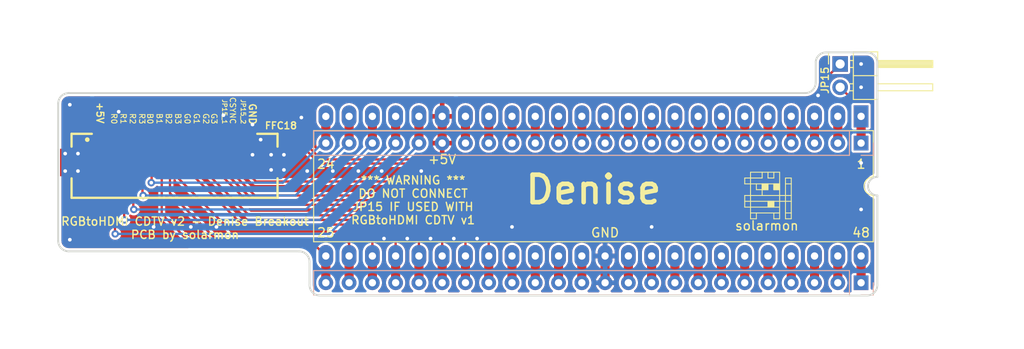
<source format=kicad_pcb>
(kicad_pcb (version 20211014) (generator pcbnew)
  (title_block (title "RGBtoHDMI Denise Adapter - CDTV") (date "2021-12-09") (rev "v2"))
  (layers (0 "F.Cu" signal) (31 "B.Cu" signal) (34 "B.Paste" user) (35 "F.Paste" user) (36 "B.SilkS" user "B.Silkscreen") (37 "F.SilkS" user "F.Silkscreen") (38 "B.Mask" user) (39 "F.Mask" user) (44 "Edge.Cuts" user))
  (net 0 "")
  (net 1 "GND")
  (net 2 "/B0")
  (net 3 "/R3")
  (net 4 "/R2")
  (net 5 "/R1")
  (net 6 "/R0")
  (net 7 "+5V")
  (net 8 "Net-(JDenise1-Pad18)")
  (net 9 "Net-(JDenise1-Pad17)")
  (net 10 "Net-(JDenise1-Pad16)")
  (net 11 "Net-(JDenise1-Pad15)")
  (net 12 "Net-(JDenise1-Pad14)")
  (net 13 "Net-(JDenise1-Pad12)")
  (net 14 "Net-(JDenise1-Pad11)")
  (net 15 "/CDAC")
  (net 16 "Net-(JDenise1-Pad10)")
  (net 17 "Net-(JDenise1-Pad9)")
  (net 18 "/CSYNC")
  (net 19 "Net-(JDenise1-Pad8)")
  (net 20 "/G3")
  (net 21 "Net-(JDenise1-Pad7)")
  (net 22 "/G2")
  (net 23 "Net-(JDenise1-Pad6)")
  (net 24 "/G1")
  (net 25 "Net-(JDenise1-Pad5)")
  (net 26 "/G0")
  (net 27 "Net-(JDenise1-Pad4)")
  (net 28 "/B3")
  (net 29 "Net-(JDenise1-Pad3)")
  (net 30 "/B2")
  (net 31 "Net-(JDenise1-Pad2)")
  (net 32 "/B1")
  (net 33 "Net-(JDenise1-Pad1)")
  (net 34 "/7M")
  (net 35 "Net-(JDenise1-Pad33)")
  (net 36 "Net-(JDenise1-Pad36)")
  (net 37 "Net-(JDenise1-Pad13)")
  (net 38 "Net-(JDenise1-Pad38)")
  (net 39 "Net-(JDenise1-Pad39)")
  (net 40 "Net-(JDenise1-Pad40)")
  (net 41 "Net-(JDenise1-Pad41)")
  (net 42 "Net-(JDenise1-Pad42)")
  (net 43 "Net-(JDenise1-Pad43)")
  (net 44 "Net-(JDenise1-Pad44)")
  (net 45 "Net-(JDenise1-Pad45)")
  (net 46 "Net-(JDenise1-Pad46)")
  (net 47 "Net-(JDenise1-Pad47)")
  (net 48 "Net-(JDenise1-Pad48)")
  (net 49 "JP15_Pin2")
  (net 50 "JP15_Pin1")
  (footprint "solarmon_library:FPC-SMD_X10B25U18T" (layer "F.Cu") (at 86.995 73.025 180)
    (fp_text reference "FFC18" (at -9.779 1.524 180) (layer "F.SilkS") (effects (font (size 0.75 0.75)) (justify left)))
    (fp_text value "Conn_01x18" hide)
    (fp_line (start 11.24 -6.35) (end -11.24 -6.35) (layer "F.SilkS") (width 0.254))
    (fp_line (start 11.24 0.635) (end 9.031 0.635) (layer "F.SilkS") (width 0.254))
    (fp_line (start -11.24 -0.764) (end -11.24 0.635) (layer "F.SilkS") (width 0.254))
    (fp_line (start 11.24 0.635) (end 11.24 -0.764) (layer "F.SilkS") (width 0.254))
    (fp_line (start -11.24 -6.35) (end -11.24 -4.226) (layer "F.SilkS") (width 0.254))
    (fp_line (start -11.24 0.635) (end -9.031 0.635) (layer "F.SilkS") (width 0.254))
    (fp_line (start 11.24 -4.226) (end 11.24 -6.35) (layer "F.SilkS") (width 0.254))
    (fp_circle (center 9.525 0) (end 9.398 0) (layer "F.SilkS") (width 0.254) (fill none))
    (pad "1" smd rect locked (at 8.5 -0.045) (size 0.6 2) (layers "F.Cu" "F.Paste" "F.Mask") (net 7 "+5V"))
    (pad "2" smd rect locked (at 7.5 -0.045) (size 0.6 2) (layers "F.Cu" "F.Paste" "F.Mask") (net 7 "+5V"))
    (pad "3" smd rect locked (at 6.5 -0.045) (size 0.6 2) (layers "F.Cu" "F.Paste" "F.Mask") (net 6 "/R0"))
    (pad "4" smd rect locked (at 5.5 -0.045) (size 0.6 2) (layers "F.Cu" "F.Paste" "F.Mask") (net 5 "/R1"))
    (pad "5" smd rect locked (at 4.5 -0.045) (size 0.6 2) (layers "F.Cu" "F.Paste" "F.Mask") (net 4 "/R2"))
    (pad "6" smd rect locked (at 3.5 -0.045) (size 0.6 2) (layers "F.Cu" "F.Paste" "F.Mask") (net 3 "/R3"))
    (pad "7" smd rect locked (at 2.5 -0.045) (size 0.6 2) (layers "F.Cu" "F.Paste" "F.Mask") (net 2 "/B0"))
    (pad "8" smd rect locked (at 1.5 -0.045) (size 0.6 2) (layers "F.Cu" "F.Paste" "F.Mask") (net 32 "/B1"))
    (pad "9" smd rect locked (at 0.5 -0.045) (size 0.6 2) (layers "F.Cu" "F.Paste" "F.Mask") (net 30 "/B2"))
    (pad "10" smd rect locked (at -0.5 -0.045) (size 0.6 2) (layers "F.Cu" "F.Paste" "F.Mask") (net 28 "/B3"))
    (pad "11" smd rect locked (at -1.5 -0.045) (size 0.6 2) (layers "F.Cu" "F.Paste" "F.Mask") (net 26 "/G0"))
    (pad "12" smd rect locked (at -2.5 -0.045) (size 0.6 2) (layers "F.Cu" "F.Paste" "F.Mask") (net 24 "/G1"))
    (pad "13" smd rect locked (at -3.5 -0.045) (size 0.6 2) (layers "F.Cu" "F.Paste" "F.Mask") (net 22 "/G2"))
    (pad "14" smd rect locked (at -4.5 -0.045) (size 0.6 2) (layers "F.Cu" "F.Paste" "F.Mask") (net 20 "/G3"))
    (pad "15" smd rect locked (at -5.5 -0.045) (size 0.6 2) (layers "F.Cu" "F.Paste" "F.Mask") (net 50 "JP15_Pin1"))
    (pad "16" smd rect locked (at -6.5 -0.045) (size 0.6 2) (layers "F.Cu" "F.Paste" "F.Mask") (net 18 "/CSYNC"))
    (pad "17" smd rect locked (at -7.5 -0.045) (size 0.6 2) (layers "F.Cu" "F.Paste" "F.Mask") (net 49 "JP15_Pin2"))
    (pad "18" smd rect locked (at -8.5 -0.045) (size 0.6 2) (layers "F.Cu" "F.Paste" "F.Mask") (net 1 "GND"))
    (pad "MP" smd rect locked (at -11.25 -2.495) (size 2.5 3) (layers "F.Cu" "F.Paste" "F.Mask") (net 1 "GND"))
    (pad "MP" smd rect locked (at 11.25 -2.495) (size 2.5 3) (layers "F.Cu" "F.Paste" "F.Mask") (net 1 "GND"))
  )
  (footprint "Package_DIP:DIP-48_W15.24mm_LongPads" (layer "F.Cu") (at 161.925 70.485 -90)
    (fp_text reference "JDenise1" hide)
    (fp_text value "Conn_02x24_Counter_Clockwise")
    (fp_line (start 1.56 -1.33) (end 1.56 59.75) (layer "F.SilkS") (width 0.12))
    (fp_line (start 6.62 -1.33) (end 1.56 -1.33) (layer "F.SilkS") (width 0.12))
    (fp_line (start 13.68 -1.33) (end 8.62 -1.33) (layer "F.SilkS") (width 0.12))
    (fp_line (start 13.68 59.75) (end 13.68 -1.33) (layer "F.SilkS") (width 0.12))
    (fp_line (start 1.56 59.75) (end 13.68 59.75) (layer "F.SilkS") (width 0.12))
    (fp_arc (start 8.62 -1.33) (mid 7.62 -0.33) (end 6.62 -1.33) (layer "F.SilkS") (width 0.12))
    (pad "1" thru_hole rect locked (at 0 0 270) (size 2.4 1.6) (drill 0.8) (layers *.Cu *.Mask) (net 33 "Net-(JDenise1-Pad1)"))
    (pad "2" thru_hole oval locked (at 0 2.54 270) (size 2.4 1.6) (drill 0.8) (layers *.Cu *.Mask) (net 31 "Net-(JDenise1-Pad2)"))
    (pad "3" thru_hole oval locked (at 0 5.08 270) (size 2.4 1.6) (drill 0.8) (layers *.Cu *.Mask) (net 29 "Net-(JDenise1-Pad3)"))
    (pad "4" thru_hole oval locked (at 0 7.62 270) (size 2.4 1.6) (drill 0.8) (layers *.Cu *.Mask) (net 27 "Net-(JDenise1-Pad4)"))
    (pad "5" thru_hole oval locked (at 0 10.16 270) (size 2.4 1.6) (drill 0.8) (layers *.Cu *.Mask) (net 25 "Net-(JDenise1-Pad5)"))
    (pad "6" thru_hole oval locked (at 0 12.7 270) (size 2.4 1.6) (drill 0.8) (layers *.Cu *.Mask) (net 23 "Net-(JDenise1-Pad6)"))
    (pad "7" thru_hole oval locked (at 0 15.24 270) (size 2.4 1.6) (drill 0.8) (layers *.Cu *.Mask) (net 21 "Net-(JDenise1-Pad7)"))
    (pad "8" thru_hole oval locked (at 0 17.78 270) (size 2.4 1.6) (drill 0.8) (layers *.Cu *.Mask) (net 19 "Net-(JDenise1-Pad8)"))
    (pad "9" thru_hole oval locked (at 0 20.32 270) (size 2.4 1.6) (drill 0.8) (layers *.Cu *.Mask) (net 17 "Net-(JDenise1-Pad9)"))
    (pad "10" thru_hole oval locked (at 0 22.86 270) (size 2.4 1.6) (drill 0.8) (layers *.Cu *.Mask) (net 16 "Net-(JDenise1-Pad10)"))
    (pad "11" thru_hole oval locked (at 0 25.4 270) (size 2.4 1.6) (drill 0.8) (layers *.Cu *.Mask) (net 14 "Net-(JDenise1-Pad11)"))
    (pad "12" thru_hole oval locked (at 0 27.94 270) (size 2.4 1.6) (drill 0.8) (layers *.Cu *.Mask) (net 13 "Net-(JDenise1-Pad12)"))
    (pad "13" thru_hole oval locked (at 0 30.48 270) (size 2.4 1.6) (drill 0.8) (layers *.Cu *.Mask) (net 37 "Net-(JDenise1-Pad13)"))
    (pad "14" thru_hole oval locked (at 0 33.02 270) (size 2.4 1.6) (drill 0.8) (layers *.Cu *.Mask) (net 12 "Net-(JDenise1-Pad14)"))
    (pad "15" thru_hole oval locked (at 0 35.56 270) (size 2.4 1.6) (drill 0.8) (layers *.Cu *.Mask) (net 11 "Net-(JDenise1-Pad15)"))
    (pad "16" thru_hole oval locked (at 0 38.1 270) (size 2.4 1.6) (drill 0.8) (layers *.Cu *.Mask) (net 10 "Net-(JDenise1-Pad16)"))
    (pad "17" thru_hole oval locked (at 0 40.64 270) (size 2.4 1.6) (drill 0.8) (layers *.Cu *.Mask) (net 9 "Net-(JDenise1-Pad17)"))
    (pad "18" thru_hole oval locked (at 0 43.18 270) (size 2.4 1.6) (drill 0.8) (layers *.Cu *.Mask) (net 8 "Net-(JDenise1-Pad18)"))
    (pad "19" thru_hole oval locked (at 0 45.72 270) (size 2.4 1.6) (drill 0.8) (layers *.Cu *.Mask) (net 7 "+5V"))
    (pad "20" thru_hole oval locked (at 0 48.26 270) (size 2.4 1.6) (drill 0.8) (layers *.Cu *.Mask) (net 6 "/R0"))
    (pad "21" thru_hole oval locked (at 0 50.8 270) (size 2.4 1.6) (drill 0.8) (layers *.Cu *.Mask) (net 5 "/R1"))
    (pad "22" thru_hole oval locked (at 0 53.34 270) (size 2.4 1.6) (drill 0.8) (layers *.Cu *.Mask) (net 4 "/R2"))
    (pad "23" thru_hole oval locked (at 0 55.88 270) (size 2.4 1.6) (drill 0.8) (layers *.Cu *.Mask) (net 3 "/R3"))
    (pad "24" thru_hole oval locked (at 0 58.42 270) (size 2.4 1.6) (drill 0.8) (layers *.Cu *.Mask) (net 2 "/B0"))
    (pad "25" thru_hole oval locked (at 15.24 58.42 270) (size 2.4 1.6) (drill 0.8) (layers *.Cu *.Mask) (net 32 "/B1"))
    (pad "26" thru_hole oval locked (at 15.24 55.88 270) (size 2.4 1.6) (drill 0.8) (layers *.Cu *.Mask) (net 30 "/B2"))
    (pad "27" thru_hole oval locked (at 15.24 53.34 270) (size 2.4 1.6) (drill 0.8) (layers *.Cu *.Mask) (net 28 "/B3"))
    (pad "28" thru_hole oval locked (at 15.24 50.8 270) (size 2.4 1.6) (drill 0.8) (layers *.Cu *.Mask) (net 26 "/G0"))
    (pad "29" thru_hole oval locked (at 15.24 48.26 270) (size 2.4 1.6) (drill 0.8) (layers *.Cu *.Mask) (net 24 "/G1"))
    (pad "30" thru_hole oval locked (at 15.24 45.72 270) (size 2.4 1.6) (drill 0.8) (layers *.Cu *.Mask) (net 22 "/G2"))
    (pad "31" thru_hole oval locked (at 15.24 43.18 270) (size 2.4 1.6) (drill 0.8) (layers *.Cu *.Mask) (net 20 "/G3"))
    (pad "32" thru_hole oval locked (at 15.24 40.64 270) (size 2.4 1.6) (drill 0.8) (layers *.Cu *.Mask) (net 18 "/CSYNC"))
    (pad "33" thru_hole oval locked (at 15.24 38.1 270) (size 2.4 1.6) (drill 0.8) (layers *.Cu *.Mask) (net 35 "Net-(JDenise1-Pad33)"))
    (pad "34" thru_hole oval locked (at 15.24 35.56 270) (size 2.4 1.6) (drill 0.8) (layers *.Cu *.Mask) (net 15 "/CDAC"))
    (pad "35" thru_hole oval locked (at 15.24 33.02 270) (size 2.4 1.6) (drill 0.8) (layers *.Cu *.Mask) (net 34 "/7M"))
    (pad "36" thru_hole oval locked (at 15.24 30.48 270) (size 2.4 1.6) (drill 0.8) (layers *.Cu *.Mask) (net 36 "Net-(JDenise1-Pad36)"))
    (pad "37" thru_hole oval locked (at 15.24 27.94 270) (size 2.4 1.6) (drill 0.8) (layers *.Cu *.Mask) (net 1 "GND"))
    (pad "38" thru_hole oval locked (at 15.24 25.4 270) (size 2.4 1.6) (drill 0.8) (layers *.Cu *.Mask) (net 38 "Net-(JDenise1-Pad38)"))
    (pad "39" thru_hole oval locked (at 15.24 22.86 270) (size 2.4 1.6) (drill 0.8) (layers *.Cu *.Mask) (net 39 "Net-(JDenise1-Pad39)"))
    (pad "40" thru_hole oval locked (at 15.24 20.32 270) (size 2.4 1.6) (drill 0.8) (layers *.Cu *.Mask) (net 40 "Net-(JDenise1-Pad40)"))
    (pad "41" thru_hole oval locked (at 15.24 17.78 270) (size 2.4 1.6) (drill 0.8) (layers *.Cu *.Mask) (net 41 "Net-(JDenise1-Pad41)"))
    (pad "42" thru_hole oval locked (at 15.24 15.24 270) (size 2.4 1.6) (drill 0.8) (layers *.Cu *.Mask) (net 42 "Net-(JDenise1-Pad42)"))
    (pad "43" thru_hole oval locked (at 15.24 12.7 270) (size 2.4 1.6) (drill 0.8) (layers *.Cu *.Mask) (net 43 "Net-(JDenise1-Pad43)"))
    (pad "44" thru_hole oval locked (at 15.24 10.16 270) (size 2.4 1.6) (drill 0.8) (layers *.Cu *.Mask) (net 44 "Net-(JDenise1-Pad44)"))
    (pad "45" thru_hole oval locked (at 15.24 7.62 270) (size 2.4 1.6) (drill 0.8) (layers *.Cu *.Mask) (net 45 "Net-(JDenise1-Pad45)"))
    (pad "46" thru_hole oval locked (at 15.24 5.08 270) (size 2.4 1.6) (drill 0.8) (layers *.Cu *.Mask) (net 46 "Net-(JDenise1-Pad46)"))
    (pad "47" thru_hole oval locked (at 15.24 2.54 270) (size 2.4 1.6) (drill 0.8) (layers *.Cu *.Mask) (net 47 "Net-(JDenise1-Pad47)"))
    (pad "48" thru_hole oval locked (at 15.24 0 270) (size 2.4 1.6) (drill 0.8) (layers *.Cu *.Mask) (net 48 "Net-(JDenise1-Pad48)"))
  )
  (footprint "solarmon_library:solarmon-logo-25mils" (layer "F.Cu") (at 151.765 79.756)
    (fp_text reference "solarmon1" hide)
    (fp_text value "solarmon_logo")
    (fp_poly (pts (xy -1.27 0.635) (xy -1.905 0.635) (xy -1.905 0) (xy -1.27 0)) (layer "F.Cu") (width 0.1) (fill solid))
    (fp_poly (pts (xy 2.54 -1.905) (xy 1.905 -1.905) (xy 1.905 -2.54) (xy 2.54 -2.54)) (layer "F.Cu") (width 0.1) (fill solid))
    (fp_poly (pts (xy -1.27 -1.905) (xy -1.905 -1.905) (xy -1.905 -2.54) (xy -1.27 -2.54)) (layer "F.Cu") (width 0.1) (fill solid))
    (fp_poly (pts (xy 1.27 0.635) (xy 0.635 0.635) (xy 0.635 0) (xy 1.27 0)) (layer "F.Cu") (width 0.1) (fill solid))
    (fp_poly (pts (xy 0 0.635) (xy -0.635 0.635) (xy -0.635 0) (xy 0 0)) (layer "F.Cu") (width 0.1) (fill solid))
    (fp_poly (pts (xy -0.635 -1.905) (xy -1.27 -1.905) (xy -1.27 -2.54) (xy -0.635 -2.54)) (layer "F.Cu") (width 0.1) (fill solid))
    (fp_poly (pts (xy 1.27 -1.905) (xy 0.635 -1.905) (xy 0.635 -2.54) (xy 1.27 -2.54)) (layer "F.Cu") (width 0.1) (fill solid))
    (fp_poly (pts (xy 1.27 -2.54) (xy 0.635 -2.54) (xy 0.635 -3.175) (xy 1.27 -3.175)) (layer "F.Cu") (width 0.1) (fill solid))
    (fp_poly (pts (xy 0 -1.905) (xy -0.635 -1.905) (xy -0.635 -2.54) (xy 0 -2.54)) (layer "F.Cu") (width 0.1) (fill solid))
    (fp_poly (pts (xy 1.27 1.905) (xy 0.635 1.905) (xy 0.635 1.27) (xy 1.27 1.27)) (layer "F.Cu") (width 0.1) (fill solid))
    (fp_poly (pts (xy 2.54 1.905) (xy 1.905 1.905) (xy 1.905 1.27) (xy 2.54 1.27)) (layer "F.Cu") (width 0.1) (fill solid))
    (fp_poly (pts (xy -0.635 0.635) (xy -1.27 0.635) (xy -1.27 0) (xy -0.635 0)) (layer "F.Cu") (width 0.1) (fill solid))
    (fp_poly (pts (xy 0.635 -1.905) (xy 0 -1.905) (xy 0 -2.54) (xy 0.635 -2.54)) (layer "F.Cu") (width 0.1) (fill solid))
    (fp_poly (pts (xy 0 -2.54) (xy -0.635 -2.54) (xy -0.635 -3.175) (xy 0 -3.175)) (layer "F.Cu") (width 0.1) (fill solid))
    (fp_poly (pts (xy -1.27 1.905) (xy -1.905 1.905) (xy -1.905 1.27) (xy -1.27 1.27)) (layer "F.Cu") (width 0.1) (fill solid))
    (fp_line (start 0 -3.175) (end 0 -2.54) (layer "F.SilkS") (width 0.1))
    (fp_line (start 0 0) (end 0 0.635) (layer "F.SilkS") (width 0.1))
    (fp_line (start -2.54 0.635) (end -2.54 -0.635) (layer "F.SilkS") (width 0.1))
    (fp_line (start 0.635 -3.175) (end 0.635 -2.54) (layer "F.SilkS") (width 0.1))
    (fp_line (start -2.54 -2.54) (end -0.635 -2.54) (layer "F.SilkS") (width 0.1))
    (fp_line (start 1.905 1.27) (end 2.54 1.27) (layer "F.SilkS") (width 0.1))
    (fp_line (start -1.27 -1.27) (end 0 -1.27) (layer "F.SilkS") (width 0.1))
    (fp_line (start -1.905 1.905) (end -1.27 1.905) (layer "F.SilkS") (width 0.1))
    (fp_line (start 0.635 -1.905) (end 0.635 -1.27) (layer "F.SilkS") (width 0.1))
    (fp_line (start -1.905 -3.175) (end 1.27 -3.175) (layer "F.SilkS") (width 0.1))
    (fp_line (start 0.635 1.905) (end 1.27 1.905) (layer "F.SilkS") (width 0.1))
    (fp_line (start 1.905 -1.905) (end 2.54 -1.905) (layer "F.SilkS") (width 0.1))
    (fp_line (start -1.905 -3.175) (end -1.905 1.905) (layer "F.SilkS") (width 0.1))
    (fp_line (start -2.54 0) (end 2.54 0) (layer "F.SilkS") (width 0.1))
    (fp_line (start 1.905 1.905) (end 2.54 1.905) (layer "F.SilkS") (width 0.1))
    (fp_line (start -2.54 0.635) (end 1.27 0.635) (layer "F.SilkS") (width 0.1))
    (fp_line (start 0 -2.54) (end 0.635 -2.54) (layer "F.SilkS") (width 0.1))
    (fp_line (start 1.27 -1.905) (end -2.54 -1.905) (layer "F.SilkS") (width 0.1))
    (fp_line (start -1.905 1.27) (end 1.27 1.27) (layer "F.SilkS") (width 0.1))
    (fp_line (start 1.905 -2.54) (end 1.905 1.905) (layer "F.SilkS") (width 0.1))
    (fp_line (start -0.635 -1.905) (end -0.635 -0.635) (layer "F.SilkS") (width 0.1))
    (fp_line (start -0.635 -3.175) (end -0.635 -2.54) (layer "F.SilkS") (width 0.1))
    (fp_line (start -1.27 1.27) (end -1.27 1.905) (layer "F.SilkS") (width 0.1))
    (fp_line (start -1.27 -1.905) (end -1.27 -1.27) (layer "F.SilkS") (width 0.1))
    (fp_line (start -2.54 -1.905) (end -2.54 -2.54) (layer "F.SilkS") (width 0.1))
    (fp_line (start 0.635 -1.27) (end 1.27 -1.27) (layer "F.SilkS") (width 0.1))
    (fp_line (start 0.635 1.27) (end 0.635 1.905) (layer "F.SilkS") (width 0.1))
    (fp_line (start -2.54 -0.635) (end 2.54 -0.635) (layer "F.SilkS") (width 0.1))
    (fp_line (start 2.54 -2.54) (end 2.54 1.905) (layer "F.SilkS") (width 0.1))
    (fp_line (start 0 -1.905) (end 0 -1.27) (layer "F.SilkS") (width 0.1))
    (fp_line (start 0.635 0) (end 0.635 0.635) (layer "F.SilkS") (width 0.1))
    (fp_line (start 1.27 -3.175) (end 1.27 1.905) (layer "F.SilkS") (width 0.1))
    (fp_line (start 1.905 -2.54) (end 2.54 -2.54) (layer "F.SilkS") (width 0.1))
    (fp_poly (pts (xy 1.27 -1.27) (xy 0.635 -1.27) (xy 0.635 -1.905) (xy 1.27 -1.905)) (layer "F.SilkS") (width 0.1) (fill solid))
    (fp_poly (pts (xy 0 -1.27) (xy -0.635 -1.27) (xy -0.635 -1.905) (xy 0 -1.905)) (layer "F.SilkS") (width 0.1) (fill solid))
    (fp_poly (pts (xy 0.635 0.635) (xy 0 0.635) (xy 0 0) (xy 0.635 0)) (layer "F.SilkS") (width 0.1) (fill solid))
  )
  (footprint "Connector_PinHeader_2.54mm:PinHeader_1x02_P2.54mm_Horizontal" (layer "F.Cu") (at 159.639 64.77)
    (fp_text reference "JP15" (at -1.651 1.778 90) (layer "F.SilkS") (effects (font (size 0.8 0.8))))
    (fp_text value "Conn_01x02")
    (fp_line (start 10.1 2.92) (end 4.1 2.92) (layer "F.SilkS") (width 0.12))
    (fp_line (start 1.44 1.27) (end 4.1 1.27) (layer "F.SilkS") (width 0.12))
    (fp_line (start 10.1 -0.38) (end 10.1 0.38) (layer "F.SilkS") (width 0.12))
    (fp_line (start 4.1 0.04) (end 10.1 0.04) (layer "F.SilkS") (width 0.12))
    (fp_line (start 4.1 0.16) (end 10.1 0.16) (layer "F.SilkS") (width 0.12))
    (fp_line (start 1.44 -1.33) (end 1.44 3.87) (layer "F.SilkS") (width 0.12))
    (fp_line (start -1.27 0) (end -1.27 -1.27) (layer "F.SilkS") (width 0.12))
    (fp_line (start 1.042929 2.92) (end 1.44 2.92) (layer "F.SilkS") (width 0.12))
    (fp_line (start 1.44 3.87) (end 4.1 3.87) (layer "F.SilkS") (width 0.12))
    (fp_line (start 4.1 -0.2) (end 10.1 -0.2) (layer "F.SilkS") (width 0.12))
    (fp_line (start 1.042929 2.16) (end 1.44 2.16) (layer "F.SilkS") (width 0.12))
    (fp_line (start 4.1 -0.38) (end 10.1 -0.38) (layer "F.SilkS") (width 0.12))
    (fp_line (start 4.1 0.28) (end 10.1 0.28) (layer "F.SilkS") (width 0.12))
    (fp_line (start 4.1 3.87) (end 4.1 -1.33) (layer "F.SilkS") (width 0.12))
    (fp_line (start 10.1 2.16) (end 10.1 2.92) (layer "F.SilkS") (width 0.12))
    (fp_line (start 10.1 0.38) (end 4.1 0.38) (layer "F.SilkS") (width 0.12))
    (fp_line (start 4.1 -0.08) (end 10.1 -0.08) (layer "F.SilkS") (width 0.12))
    (fp_line (start 1.11 -0.38) (end 1.44 -0.38) (layer "F.SilkS") (width 0.12))
    (fp_line (start 4.1 2.16) (end 10.1 2.16) (layer "F.SilkS") (width 0.12))
    (fp_line (start 4.1 -1.33) (end 1.44 -1.33) (layer "F.SilkS") (width 0.12))
    (fp_line (start 1.11 0.38) (end 1.44 0.38) (layer "F.SilkS") (width 0.12))
    (fp_line (start -1.27 -1.27) (end 0 -1.27) (layer "F.SilkS") (width 0.12))
    (fp_line (start 4.1 -0.32) (end 10.1 -0.32) (layer "F.SilkS") (width 0.12))
    (pad "1" thru_hole rect locked (at 0 0) (size 1.7 1.7) (drill 1) (layers *.Cu *.Mask) (net 50 "JP15_Pin1"))
    (pad "2" thru_hole oval locked (at 0 2.54) (size 1.7 1.7) (drill 1) (layers *.Cu *.Mask) (net 49 "JP15_Pin2"))
  )
  (footprint "solarmon_library:PinHeader_1x24_P2.54mm_Vertical_smaller" (layer "B.Cu") (at 161.925 73.406 90)
    (fp_text reference "JMainBoard1" hide)
    (fp_text value "Conn_01x24")
    (fp_line (start -1.33 -1.27) (end 1.33 -1.27) (layer "B.SilkS") (width 0.12))
    (fp_line (start -1.33 1.33) (end 0 1.33) (layer "B.SilkS") (width 0.12))
    (fp_line (start -1.33 -59.75) (end 1.33 -59.75) (layer "B.SilkS") (width 0.12))
    (fp_line (start -1.33 -1.27) (end -1.33 -59.75) (layer "B.SilkS") (width 0.12))
    (fp_line (start -1.33 0) (end -1.33 1.33) (layer "B.SilkS") (width 0.12))
    (fp_line (start 1.33 -1.27) (end 1.33 -59.75) (layer "B.SilkS") (width 0.12))
    (pad "1" thru_hole rect locked (at 0 0 90) (size 1.6 1.6) (drill 0.8) (layers *.Cu *.Mask) (net 33 "Net-(JDenise1-Pad1)"))
    (pad "2" thru_hole oval locked (at 0 -2.54 90) (size 1.6 1.6) (drill 0.8) (layers *.Cu *.Mask) (net 31 "Net-(JDenise1-Pad2)"))
    (pad "3" thru_hole oval locked (at 0 -5.08 90) (size 1.6 1.6) (drill 0.8) (layers *.Cu *.Mask) (net 29 "Net-(JDenise1-Pad3)"))
    (pad "4" thru_hole oval locked (at 0 -7.62 90) (size 1.6 1.6) (drill 0.8) (layers *.Cu *.Mask) (net 27 "Net-(JDenise1-Pad4)"))
    (pad "5" thru_hole oval locked (at 0 -10.16 90) (size 1.6 1.6) (drill 0.8) (layers *.Cu *.Mask) (net 25 "Net-(JDenise1-Pad5)"))
    (pad "6" thru_hole oval locked (at 0 -12.7 90) (size 1.6 1.6) (drill 0.8) (layers *.Cu *.Mask) (net 23 "Net-(JDenise1-Pad6)"))
    (pad "7" thru_hole oval locked (at 0 -15.24 90) (size 1.6 1.6) (drill 0.8) (layers *.Cu *.Mask) (net 21 "Net-(JDenise1-Pad7)"))
    (pad "8" thru_hole oval locked (at 0 -17.78 90) (size 1.6 1.6) (drill 0.8) (layers *.Cu *.Mask) (net 19 "Net-(JDenise1-Pad8)"))
    (pad "9" thru_hole oval locked (at 0 -20.32 90) (size 1.6 1.6) (drill 0.8) (layers *.Cu *.Mask) (net 17 "Net-(JDenise1-Pad9)"))
    (pad "10" thru_hole oval locked (at 0 -22.86 90) (size 1.6 1.6) (drill 0.8) (layers *.Cu *.Mask) (net 16 "Net-(JDenise1-Pad10)"))
    (pad "11" thru_hole oval locked (at 0 -25.4 90) (size 1.6 1.6) (drill 0.8) (layers *.Cu *.Mask) (net 14 "Net-(JDenise1-Pad11)"))
    (pad "12" thru_hole oval locked (at 0 -27.94 90) (size 1.6 1.6) (drill 0.8) (layers *.Cu *.Mask) (net 13 "Net-(JDenise1-Pad12)"))
    (pad "13" thru_hole oval locked (at 0 -30.48 90) (size 1.6 1.6) (drill 0.8) (layers *.Cu *.Mask) (net 37 "Net-(JDenise1-Pad13)"))
    (pad "14" thru_hole oval locked (at 0 -33.02 90) (size 1.6 1.6) (drill 0.8) (layers *.Cu *.Mask) (net 12 "Net-(JDenise1-Pad14)"))
    (pad "15" thru_hole oval locked (at 0 -35.56 90) (size 1.6 1.6) (drill 0.8) (layers *.Cu *.Mask) (net 11 "Net-(JDenise1-Pad15)"))
    (pad "16" thru_hole oval locked (at 0 -38.1 90) (size 1.6 1.6) (drill 0.8) (layers *.Cu *.Mask) (net 10 "Net-(JDenise1-Pad16)"))
    (pad "17" thru_hole oval locked (at 0 -40.64 90) (size 1.6 1.6) (drill 0.8) (layers *.Cu *.Mask) (net 9 "Net-(JDenise1-Pad17)"))
    (pad "18" thru_hole oval locked (at 0 -43.18 90) (size 1.6 1.6) (drill 0.8) (layers *.Cu *.Mask) (net 8 "Net-(JDenise1-Pad18)"))
    (pad "19" thru_hole oval locked (at 0 -45.72 90) (size 1.6 1.6) (drill 0.8) (layers *.Cu *.Mask) (net 7 "+5V"))
    (pad "20" thru_hole oval locked (at 0 -48.26 90) (size 1.6 1.6) (drill 0.8) (layers *.Cu *.Mask) (net 6 "/R0"))
    (pad "21" thru_hole oval locked (at 0 -50.8 90) (size 1.6 1.6) (drill 0.8) (layers *.Cu *.Mask) (net 5 "/R1"))
    (pad "22" thru_hole oval locked (at 0 -53.34 90) (size 1.6 1.6) (drill 0.8) (layers *.Cu *.Mask) (net 4 "/R2"))
    (pad "23" thru_hole oval locked (at 0 -55.88 90) (size 1.6 1.6) (drill 0.8) (layers *.Cu *.Mask) (net 3 "/R3"))
    (pad "24" thru_hole oval locked (at 0 -58.42 90) (size 1.6 1.6) (drill 0.8) (layers *.Cu *.Mask) (net 2 "/B0"))
  )
  (footprint "solarmon_library:PinHeader_1x24_P2.54mm_Vertical_smaller" (layer "B.Cu") (at 161.925 88.646 90)
    (fp_text reference "JMainBoard2" hide)
    (fp_text value "Conn_01x24")
    (fp_line (start -1.33 1.33) (end 0 1.33) (layer "B.SilkS") (width 0.12))
    (fp_line (start -1.33 -59.75) (end 1.33 -59.75) (layer "B.SilkS") (width 0.12))
    (fp_line (start -1.33 0) (end -1.33 1.33) (layer "B.SilkS") (width 0.12))
    (fp_line (start 1.33 -1.27) (end 1.33 -59.75) (layer "B.SilkS") (width 0.12))
    (fp_line (start -1.33 -1.27) (end -1.33 -59.75) (layer "B.SilkS") (width 0.12))
    (fp_line (start -1.33 -1.27) (end 1.33 -1.27) (layer "B.SilkS") (width 0.12))
    (pad "1" thru_hole rect locked (at 0 0 90) (size 1.6 1.6) (drill 0.8) (layers *.Cu *.Mask) (net 48 "Net-(JDenise1-Pad48)"))
    (pad "2" thru_hole oval locked (at 0 -2.54 90) (size 1.6 1.6) (drill 0.8) (layers *.Cu *.Mask) (net 47 "Net-(JDenise1-Pad47)"))
    (pad "3" thru_hole oval locked (at 0 -5.08 90) (size 1.6 1.6) (drill 0.8) (layers *.Cu *.Mask) (net 46 "Net-(JDenise1-Pad46)"))
    (pad "4" thru_hole oval locked (at 0 -7.62 90) (size 1.6 1.6) (drill 0.8) (layers *.Cu *.Mask) (net 45 "Net-(JDenise1-Pad45)"))
    (pad "5" thru_hole oval locked (at 0 -10.16 90) (size 1.6 1.6) (drill 0.8) (layers *.Cu *.Mask) (net 44 "Net-(JDenise1-Pad44)"))
    (pad "6" thru_hole oval locked (at 0 -12.7 90) (size 1.6 1.6) (drill 0.8) (layers *.Cu *.Mask) (net 43 "Net-(JDenise1-Pad43)"))
    (pad "7" thru_hole oval locked (at 0 -15.24 90) (size 1.6 1.6) (drill 0.8) (layers *.Cu *.Mask) (net 42 "Net-(JDenise1-Pad42)"))
    (pad "8" thru_hole oval locked (at 0 -17.78 90) (size 1.6 1.6) (drill 0.8) (layers *.Cu *.Mask) (net 41 "Net-(JDenise1-Pad41)"))
    (pad "9" thru_hole oval locked (at 0 -20.32 90) (size 1.6 1.6) (drill 0.8) (layers *.Cu *.Mask) (net 40 "Net-(JDenise1-Pad40)"))
    (pad "10" thru_hole oval locked (at 0 -22.86 90) (size 1.6 1.6) (drill 0.8) (layers *.Cu *.Mask) (net 39 "Net-(JDenise1-Pad39)"))
    (pad "11" thru_hole oval locked (at 0 -25.4 90) (size 1.6 1.6) (drill 0.8) (layers *.Cu *.Mask) (net 38 "Net-(JDenise1-Pad38)"))
    (pad "12" thru_hole oval locked (at 0 -27.94 90) (size 1.6 1.6) (drill 0.8) (layers *.Cu *.Mask) (net 1 "GND"))
    (pad "13" thru_hole oval locked (at 0 -30.48 90) (size 1.6 1.6) (drill 0.8) (layers *.Cu *.Mask) (net 36 "Net-(JDenise1-Pad36)"))
    (pad "14" thru_hole oval locked (at 0 -33.02 90) (size 1.6 1.6) (drill 0.8) (layers *.Cu *.Mask) (net 34 "/7M"))
    (pad "15" thru_hole oval locked (at 0 -35.56 90) (size 1.6 1.6) (drill 0.8) (layers *.Cu *.Mask) (net 15 "/CDAC"))
    (pad "16" thru_hole oval locked (at 0 -38.1 90) (size 1.6 1.6) (drill 0.8) (layers *.Cu *.Mask) (net 35 "Net-(JDenise1-Pad33)"))
    (pad "17" thru_hole oval locked (at 0 -40.64 90) (size 1.6 1.6) (drill 0.8) (layers *.Cu *.Mask) (net 18 "/CSYNC"))
    (pad "18" thru_hole oval locked (at 0 -43.18 90) (size 1.6 1.6) (drill 0.8) (layers *.Cu *.Mask) (net 20 "/G3"))
    (pad "19" thru_hole oval locked (at 0 -45.72 90) (size 1.6 1.6) (drill 0.8) (layers *.Cu *.Mask) (net 22 "/G2"))
    (pad "20" thru_hole oval locked (at 0 -48.26 90) (size 1.6 1.6) (drill 0.8) (layers *.Cu *.Mask) (net 24 "/G1"))
    (pad "21" thru_hole oval locked (at 0 -50.8 90) (size 1.6 1.6) (drill 0.8) (layers *.Cu *.Mask) (net 26 "/G0"))
    (pad "22" thru_hole oval locked (at 0 -53.34 90) (size 1.6 1.6) (drill 0.8) (layers *.Cu *.Mask) (net 28 "/B3"))
    (pad "23" thru_hole oval locked (at 0 -55.88 90) (size 1.6 1.6) (drill 0.8) (layers *.Cu *.Mask) (net 30 "/B2"))
    (pad "24" thru_hole oval locked (at 0 -58.42 90) (size 1.6 1.6) (drill 0.8) (layers *.Cu *.Mask) (net 32 "/B1"))
  )
  (gr_arc (start 163.703 88.9) (mid 163.368223 89.708223) (end 162.56 90.043) (layer "Edge.Cuts") (width 0.2))
  (gr_arc (start 75.438 85.217) (mid 74.629777 84.882223) (end 74.295 84.074) (layer "Edge.Cuts") (width 0.2))
  (gr_arc (start 74.295 69.088) (mid 74.629777 68.279777) (end 75.438 67.945) (layer "Edge.Cuts") (width 0.2))
  (gr_line (start 155.829 67.945) (end 75.438 67.945) (layer "Edge.Cuts") (width 0.2))
  (gr_line (start 156.972 64.516) (end 156.972 66.802) (layer "Edge.Cuts") (width 0.2))
  (gr_arc (start 156.972 64.516) (mid 157.345718 63.790542) (end 158.108009 63.499223) (layer "Edge.Cuts") (width 0.2))
  (gr_arc (start 156.972 66.802) (mid 156.637223 67.610223) (end 155.829 67.945) (layer "Edge.Cuts") (width 0.2))
  (gr_line (start 163.703 64.643) (end 163.703 77.089) (layer "Edge.Cuts") (width 0.2))
  (gr_arc (start 102.87 90.043) (mid 102.061777 89.708223) (end 101.727 88.9) (layer "Edge.Cuts") (width 0.2))
  (gr_line (start 101.727 86.36) (end 101.727 88.9) (layer "Edge.Cuts") (width 0.2))
  (gr_arc (start 100.584 85.217) (mid 101.392223 85.551777) (end 101.727 86.36) (layer "Edge.Cuts") (width 0.2))
  (gr_line (start 100.584 85.217) (end 75.438 85.217) (layer "Edge.Cuts") (width 0.2))
  (gr_line (start 163.703 79.121) (end 163.703 88.9) (layer "Edge.Cuts") (width 0.2))
  (gr_line (start 162.56 90.043) (end 102.87 90.043) (layer "Edge.Cuts") (width 0.2))
  (gr_arc (start 162.56 63.5) (mid 163.368223 63.834777) (end 163.703 64.643) (layer "Edge.Cuts") (width 0.2))
  (gr_arc (start 163.703 79.121) (mid 162.687 78.105) (end 163.703 77.089) (layer "Edge.Cuts") (width 0.2))
  (gr_line (start 162.56 63.5) (end 158.108009 63.499223) (layer "Edge.Cuts") (width 0.2))
  (gr_line (start 74.295 69.088) (end 74.295 84.074) (layer "Edge.Cuts") (width 0.2))
  (gr_text "GND" (at 95.504 70.231 270) (layer "F.SilkS") (effects (font (size 0.75 0.75))))
  (gr_text "CSYNC" (at 93.345 69.85 270) (layer "F.SilkS") (effects (font (size 0.6 0.6) (thickness 0.1))))
  (gr_text "G3" (at 91.313 70.739 270) (layer "F.SilkS") (effects (font (size 0.6 0.6) (thickness 0.1))))
  (gr_text "G2" (at 90.424 70.739 270) (layer "F.SilkS") (effects (font (size 0.6 0.6) (thickness 0.1))))
  (gr_text "G1" (at 89.408 70.739 270) (layer "F.SilkS") (effects (font (size 0.6 0.6) (thickness 0.1))))
  (gr_text "G0" (at 88.392 70.739 270) (layer "F.SilkS") (effects (font (size 0.6 0.6) (thickness 0.1))))
  (gr_text "B0" (at 84.328 70.739 270) (layer "F.SilkS") (effects (font (size 0.6 0.6) (thickness 0.1))))
  (gr_text "B1" (at 85.344 70.739 270) (layer "F.SilkS") (effects (font (size 0.6 0.6) (thickness 0.1))))
  (gr_text "B2" (at 86.36 70.739 270) (layer "F.SilkS") (effects (font (size 0.6 0.6) (thickness 0.1))))
  (gr_text "B3" (at 87.376 70.739 270) (layer "F.SilkS") (effects (font (size 0.6 0.6) (thickness 0.1))))
  (gr_text "R1" (at 81.407 70.739 270) (layer "F.SilkS") (effects (font (size 0.6 0.6) (thickness 0.1))))
  (gr_text "R0" (at 80.391 70.739 270) (layer "F.SilkS") (effects (font (size 0.6 0.6) (thickness 0.1))))
  (gr_text "R3" (at 83.439 70.739 270) (layer "F.SilkS") (effects (font (size 0.6 0.6) (thickness 0.1))))
  (gr_text "R2" (at 82.423 70.739 270) (layer "F.SilkS") (effects (font (size 0.6 0.6) (thickness 0.1))))
  (gr_text "Denise" (at 132.715 78.486) (layer "F.SilkS") (effects (font (size 3 3) (thickness 0.5))))
  (gr_text "*** WARNING ***\nDO NOT CONNECT\nJP15 IF USED WITH\nRGBtoHDMI CDTV v1\n" (at 113.03 79.629) (layer "F.SilkS") (effects (font (size 0.9 0.9))))
  (gr_text "1" (at 161.925 75.692) (layer "F.SilkS") (effects (font (size 1 1))))
  (gr_text "48" (at 161.925 83.185) (layer "F.SilkS") (effects (font (size 1 1))))
  (gr_text "25" (at 103.505 83.185) (layer "F.SilkS") (effects (font (size 1 1))))
  (gr_text "24" (at 103.505 75.692) (layer "F.SilkS") (effects (font (size 1 1))))
  (gr_text "+5V" (at 116.205 75.184) (layer "F.SilkS") (effects (font (size 1 1))))
  (gr_text "GND" (at 133.985 83.185) (layer "F.SilkS") (effects (font (size 1 1))))
  (gr_text "JP15_1" (at 92.456 69.977 -90) (layer "F.SilkS") (effects (font (size 0.5 0.5) (thickness 0.1))))
  (gr_text "JP15_2" (at 94.488 69.977 -90) (layer "F.SilkS") (effects (font (size 0.5 0.5) (thickness 0.1))))
  (gr_text "+5V" (at 78.867 70.104 270) (layer "F.SilkS") (effects (font (size 0.75 0.75))))
  (gr_text "RGBtoHDMI CDTV v2 - Denise Breakout\nPCB by solarmon" (at 88.138 82.677) (layer "F.SilkS") (effects (font (size 0.9 0.9))))
  (gr_text "solarmon" (at 151.638 82.423) (layer "F.SilkS") (effects (font (size 1 1))))
  (segment (start 133.985 85.725) (end 133.985 88.9) (width 1) (layer "F.Cu") (net 1))
  (via (at 96.393 73.025) (size 0.8) (drill 0.4) (layers "F.Cu" "B.Cu") (net 1))
  (via (at 92.329 70.358) (size 0.8) (drill 0.4) (layers "F.Cu" "B.Cu") (net 1))
  (via (at 80.899 69.977) (size 0.8) (drill 0.4) (layers "F.Cu" "B.Cu") (net 1))
  (via (at 100.838 70.612) (size 0.8) (drill 0.4) (layers "F.Cu" "B.Cu") (net 1))
  (via (at 161.925 80.645) (size 0.8) (drill 0.4) (layers "F.Cu" "B.Cu") (net 1))
  (via (at 75.565 83.947) (size 0.8) (drill 0.4) (layers "F.Cu" "B.Cu") (net 1))
  (via (at 114.935 83.82) (size 0.8) (drill 0.4) (layers "F.Cu" "B.Cu") (net 1))
  (via (at 75.057 74.549) (size 0.8) (drill 0.4) (layers "F.Cu" "B.Cu") (net 1))
  (via (at 120.015 83.82) (size 0.8) (drill 0.4) (layers "F.Cu" "B.Cu") (net 1))
  (via (at 95.504 71.374) (size 0.8) (drill 0.4) (layers "F.Cu" "B.Cu") (net 1))
  (via (at 91.567 82.55) (size 0.8) (drill 0.4) (layers "F.Cu" "B.Cu") (net 1))
  (via (at 113.919 76.454) (size 0.8) (drill 0.4) (layers "F.Cu" "B.Cu") (net 1))
  (via (at 98.933 74.676) (size 0.8) (drill 0.4) (layers "F.Cu" "B.Cu") (net 1))
  (via (at 123.825 82.55) (size 0.8) (drill 0.4) (layers "F.Cu" "B.Cu") (net 1))
  (via (at 75.057 76.454) (size 0.8) (drill 0.4) (layers "F.Cu" "B.Cu") (net 1))
  (via (at 161.925 67.31) (size 0.8) (drill 0.4) (layers "F.Cu" "B.Cu") (net 1))
  (via (at 112.395 83.82) (size 0.8) (drill 0.4) (layers "F.Cu" "B.Cu") (net 1))
  (via (at 88.773 82.55) (size 0.8) (drill 0.4) (layers "F.Cu" "B.Cu") (net 1))
  (via (at 157.226 68.199) (size 0.8) (drill 0.4) (layers "F.Cu" "B.Cu") (net 1))
  (via (at 104.267 76.454) (size 0.8) (drill 0.4) (layers "F.Cu" "B.Cu") (net 1))
  (via (at 161.925 75.565) (size 0.8) (drill 0.4) (layers "F.Cu" "B.Cu") (net 1))
  (via (at 95.504 74.676) (size 0.8) (drill 0.4) (layers "F.Cu" "B.Cu") (net 1))
  (via (at 75.565 69.215) (size 0.8) (drill 0.4) (layers "F.Cu" "B.Cu") (net 1))
  (via (at 109.855 83.82) (size 0.8) (drill 0.4) (layers "F.Cu" "B.Cu") (net 1))
  (via (at 76.454 74.549) (size 0.8) (drill 0.4) (layers "F.Cu" "B.Cu") (net 1))
  (via (at 139.065 82.55) (size 0.8) (drill 0.4) (layers "F.Cu" "B.Cu") (net 1))
  (via (at 98.933 76.327) (size 0.8) (drill 0.4) (layers "F.Cu" "B.Cu") (net 1))
  (via (at 109.601 76.454) (size 0.8) (drill 0.4) (layers "F.Cu" "B.Cu") (net 1))
  (via (at 161.925 64.77) (size 0.8) (drill 0.4) (layers "F.Cu" "B.Cu") (net 1))
  (via (at 97.536 76.327) (size 0.8) (drill 0.4) (layers "F.Cu" "B.Cu") (net 1))
  (via (at 76.454 76.454) (size 0.8) (drill 0.4) (layers "F.Cu" "B.Cu") (net 1))
  (via (at 101.473 76.454) (size 0.8) (drill 0.4) (layers "F.Cu" "B.Cu") (net 1))
  (via (at 97.536 74.676) (size 0.8) (drill 0.4) (layers "F.Cu" "B.Cu") (net 1))
  (via (at 117.475 83.82) (size 0.8) (drill 0.4) (layers "F.Cu" "B.Cu") (net 1))
  (via (at 107.061 76.454) (size 0.8) (drill 0.4) (layers "F.Cu" "B.Cu") (net 1))
  (via (at 84.709 82.55) (size 0.8) (drill 0.4) (layers "F.Cu" "B.Cu") (net 1))
  (segment (start 84.495 77.684) (end 84.455 77.724) (width 0.25) (layer "F.Cu") (net 2))
  (segment (start 84.495 73.07) (end 84.495 77.684) (width 0.25) (layer "F.Cu") (net 2))
  (segment (start 103.505 70.485) (end 103.505 73.66) (width 1) (layer "F.Cu") (net 2))
  (via (at 84.455 77.724) (size 0.8) (drill 0.4) (layers "F.Cu" "B.Cu") (net 2))
  (segment (start 98.806 77.724) (end 84.455 77.724) (width 0.25) (layer "B.Cu") (net 2))
  (segment (start 103.505 73.025) (end 98.806 77.724) (width 0.25) (layer "B.Cu") (net 2))
  (segment (start 83.495 79.05) (end 83.566 79.121) (width 0.25) (layer "F.Cu") (net 3))
  (segment (start 83.495 73.07) (end 83.495 79.05) (width 0.25) (layer "F.Cu") (net 3))
  (segment (start 106.045 70.485) (end 106.045 73.66) (width 1) (layer "F.Cu") (net 3))
  (via (at 83.566 79.121) (size 0.8) (drill 0.4) (layers "F.Cu" "B.Cu") (net 3))
  (segment (start 100.203 79.121) (end 83.566 79.121) (width 0.25) (layer "B.Cu") (net 3))
  (segment (start 106.045 73.279) (end 100.203 79.121) (width 0.25) (layer "B.Cu") (net 3))
  (segment (start 108.585 70.485) (end 108.585 73.66) (width 1) (layer "F.Cu") (net 4))
  (segment (start 82.495 73.07) (end 82.495 80.589996) (width 0.25) (layer "F.Cu") (net 4))
  (segment (start 82.495 80.589996) (end 82.550004 80.645) (width 0.25) (layer "F.Cu") (net 4))
  (via (at 82.550004 80.645) (size 0.8) (drill 0.4) (layers "F.Cu" "B.Cu") (net 4))
  (segment (start 101.346 80.645) (end 82.550004 80.645) (width 0.25) (layer "B.Cu") (net 4))
  (segment (start 108.585 73.406) (end 101.346 80.645) (width 0.25) (layer "B.Cu") (net 4))
  (segment (start 111.125 70.485) (end 111.125 73.66) (width 1) (layer "F.Cu") (net 5))
  (segment (start 81.495 81.749) (end 81.534 81.788) (width 0.25) (layer "F.Cu") (net 5))
  (segment (start 81.495 73.07) (end 81.495 81.749) (width 0.25) (layer "F.Cu") (net 5))
  (via (at 81.534 81.788) (size 0.8) (drill 0.4) (layers "F.Cu" "B.Cu") (net 5))
  (segment (start 111.125 73.533) (end 102.87 81.788) (width 0.25) (layer "B.Cu") (net 5))
  (segment (start 102.87 81.788) (end 81.534 81.788) (width 0.25) (layer "B.Cu") (net 5))
  (segment (start 80.495 83.288994) (end 80.518006 83.312) (width 0.25) (layer "F.Cu") (net 6))
  (segment (start 113.665 70.485) (end 113.665 73.66) (width 1) (layer "F.Cu") (net 6))
  (segment (start 80.495 73.07) (end 80.495 83.288994) (width 0.25) (layer "F.Cu") (net 6))
  (via (at 80.518006 83.312) (size 0.8) (drill 0.4) (layers "F.Cu" "B.Cu") (net 6))
  (segment (start 103.886 83.312) (end 80.518006 83.312) (width 0.25) (layer "B.Cu") (net 6))
  (segment (start 113.665 73.533) (end 103.886 83.312) (width 0.25) (layer "B.Cu") (net 6))
  (segment (start 116.205 70.485) (end 116.205 73.66) (width 1) (layer "F.Cu") (net 7))
  (segment (start 118.745 70.485) (end 118.745 73.66) (width 1) (layer "F.Cu") (net 8))
  (segment (start 121.285 70.485) (end 121.285 73.66) (width 1) (layer "F.Cu") (net 9))
  (segment (start 123.825 70.485) (end 123.825 73.66) (width 1) (layer "F.Cu") (net 10))
  (segment (start 126.365 70.485) (end 126.365 73.66) (width 1) (layer "F.Cu") (net 11))
  (segment (start 128.905 70.485) (end 128.905 73.66) (width 1) (layer "F.Cu") (net 12))
  (segment (start 133.985 70.485) (end 133.985 73.66) (width 1) (layer "F.Cu") (net 13))
  (segment (start 136.525 70.485) (end 136.525 73.66) (width 1) (layer "F.Cu") (net 14))
  (segment (start 126.365 85.725) (end 126.365 88.9) (width 1) (layer "F.Cu") (net 15))
  (segment (start 139.065 70.485) (end 139.065 73.66) (width 1) (layer "F.Cu") (net 16))
  (segment (start 141.605 70.485) (end 141.605 73.66) (width 1) (layer "F.Cu") (net 17))
  (segment (start 121.285 83.312) (end 115.57 77.597) (width 0.25) (layer "F.Cu") (net 18))
  (segment (start 121.285 85.725) (end 121.285 83.312) (width 0.25) (layer "F.Cu") (net 18))
  (segment (start 115.57 77.597) (end 95.885 77.597) (width 0.25) (layer "F.Cu") (net 18))
  (segment (start 95.885 77.597) (end 93.495 75.207) (width 0.25) (layer "F.Cu") (net 18))
  (segment (start 93.495 75.207) (end 93.495 73.07) (width 0.25) (layer "F.Cu") (net 18))
  (segment (start 121.285 85.725) (end 121.285 88.9) (width 1) (layer "F.Cu") (net 18))
  (segment (start 144.145 70.485) (end 144.145 73.66) (width 1) (layer "F.Cu") (net 19))
  (segment (start 118.745 83.693) (end 114.173 79.121) (width 0.25) (layer "F.Cu") (net 20))
  (segment (start 114.173 79.121) (end 95.758 79.121) (width 0.25) (layer "F.Cu") (net 20))
  (segment (start 91.567 73.142) (end 91.495 73.07) (width 0.25) (layer "F.Cu") (net 20))
  (segment (start 95.758 79.121) (end 91.567 74.93) (width 0.25) (layer "F.Cu") (net 20))
  (segment (start 118.745 85.725) (end 118.745 88.9) (width 1) (layer "F.Cu") (net 20))
  (segment (start 91.567 74.93) (end 91.567 73.142) (width 0.25) (layer "F.Cu") (net 20))
  (segment (start 118.745 85.725) (end 118.745 83.693) (width 0.25) (layer "F.Cu") (net 20))
  (segment (start 146.685 70.485) (end 146.685 73.66) (width 1) (layer "F.Cu") (net 21))
  (segment (start 113.157 80.137) (end 95.3135 80.137) (width 0.25) (layer "F.Cu") (net 22))
  (segment (start 95.3135 80.137) (end 90.495 75.3185) (width 0.25) (layer "F.Cu") (net 22))
  (segment (start 116.205 83.185) (end 113.157 80.137) (width 0.25) (layer "F.Cu") (net 22))
  (segment (start 116.205 85.725) (end 116.205 88.9) (width 1) (layer "F.Cu") (net 22))
  (segment (start 116.205 85.725) (end 116.205 83.185) (width 0.25) (layer "F.Cu") (net 22))
  (segment (start 90.495 75.3185) (end 90.495 73.07) (width 0.25) (layer "F.Cu") (net 22))
  (segment (start 149.225 70.485) (end 149.225 73.66) (width 1) (layer "F.Cu") (net 23))
  (segment (start 95.121589 81.28) (end 89.495 75.653411) (width 0.25) (layer "F.Cu") (net 24))
  (segment (start 89.495 75.653411) (end 89.495 73.07) (width 0.25) (layer "F.Cu") (net 24))
  (segment (start 113.665 83.693) (end 111.252 81.28) (width 0.25) (layer "F.Cu") (net 24))
  (segment (start 113.665 85.725) (end 113.665 88.9) (width 1) (layer "F.Cu") (net 24))
  (segment (start 113.665 85.725) (end 113.665 83.693) (width 0.25) (layer "F.Cu") (net 24))
  (segment (start 111.252 81.28) (end 95.121589 81.28) (width 0.25) (layer "F.Cu") (net 24))
  (segment (start 151.765 70.485) (end 151.765 73.66) (width 1) (layer "F.Cu") (net 25))
  (segment (start 111.125 85.725) (end 111.125 88.9) (width 1) (layer "F.Cu") (net 26))
  (segment (start 88.495 76.43) (end 88.495 73.07) (width 0.25) (layer "F.Cu") (net 26))
  (segment (start 111.125 85.725) (end 111.125 83.693) (width 0.25) (layer "F.Cu") (net 26))
  (segment (start 111.125 83.693) (end 109.728 82.296) (width 0.25) (layer "F.Cu") (net 26))
  (segment (start 109.728 82.296) (end 94.361 82.296) (width 0.25) (layer "F.Cu") (net 26))
  (segment (start 94.361 82.296) (end 88.495 76.43) (width 0.25) (layer "F.Cu") (net 26))
  (segment (start 154.305 70.485) (end 154.305 73.66) (width 1) (layer "F.Cu") (net 27))
  (segment (start 87.495 77.335) (end 87.495 73.07) (width 0.25) (layer "F.Cu") (net 28))
  (segment (start 108.585 83.82) (end 107.823 83.058) (width 0.25) (layer "F.Cu") (net 28))
  (segment (start 108.585 85.725) (end 108.585 83.82) (width 0.25) (layer "F.Cu") (net 28))
  (segment (start 93.218 83.058) (end 87.495 77.335) (width 0.25) (layer "F.Cu") (net 28))
  (segment (start 108.585 85.725) (end 108.585 88.9) (width 1) (layer "F.Cu") (net 28))
  (segment (start 107.823 83.058) (end 93.218 83.058) (width 0.25) (layer "F.Cu") (net 28))
  (segment (start 156.845 70.485) (end 156.845 73.66) (width 1) (layer "F.Cu") (net 29))
  (segment (start 86.495 73.959) (end 86.495 73.07) (width 0.25) (layer "F.Cu") (net 30))
  (segment (start 91.44 83.82) (end 86.495 78.875) (width 0.25) (layer "F.Cu") (net 30))
  (segment (start 105.537 83.82) (end 91.44 83.82) (width 0.25) (layer "F.Cu") (net 30))
  (segment (start 106.045 84.328) (end 105.537 83.82) (width 0.25) (layer "F.Cu") (net 30))
  (segment (start 106.045 85.725) (end 106.045 88.9) (width 1) (layer "F.Cu") (net 30))
  (segment (start 106.045 85.725) (end 106.045 84.328) (width 0.25) (layer "F.Cu") (net 30))
  (segment (start 86.495 78.875) (end 86.495 73.959) (width 0.25) (layer "F.Cu") (net 30))
  (segment (start 159.385 70.485) (end 159.385 73.66) (width 1) (layer "F.Cu") (net 31))
  (segment (start 102.362 84.582) (end 89.027 84.582) (width 0.25) (layer "F.Cu") (net 32))
  (segment (start 89.027 84.582) (end 85.598 81.153) (width 0.25) (layer "F.Cu") (net 32))
  (segment (start 103.505 85.725) (end 102.362 84.582) (width 0.25) (layer "F.Cu") (net 32))
  (segment (start 85.598 73.173) (end 85.495 73.07) (width 0.25) (layer "F.Cu") (net 32))
  (segment (start 85.598 81.153) (end 85.598 73.173) (width 0.25) (layer "F.Cu") (net 32))
  (segment (start 103.505 85.725) (end 103.505 88.9) (width 1) (layer "F.Cu") (net 32))
  (segment (start 161.925 70.485) (end 161.925 73.66) (width 1) (layer "F.Cu") (net 33))
  (segment (start 128.905 85.725) (end 128.905 88.9) (width 1) (layer "F.Cu") (net 34))
  (segment (start 123.825 85.725) (end 123.825 88.9) (width 1) (layer "F.Cu") (net 35))
  (segment (start 131.445 85.725) (end 131.445 88.9) (width 1) (layer "F.Cu") (net 36))
  (segment (start 131.445 70.485) (end 131.445 73.66) (width 1) (layer "F.Cu") (net 37))
  (segment (start 136.525 85.725) (end 136.525 88.9) (width 1) (layer "F.Cu") (net 38))
  (segment (start 139.065 85.725) (end 139.065 88.9) (width 1) (layer "F.Cu") (net 39))
  (segment (start 141.605 85.725) (end 141.605 88.9) (width 1) (layer "F.Cu") (net 40))
  (segment (start 144.145 85.725) (end 144.145 88.9) (width 1) (layer "F.Cu") (net 41))
  (segment (start 146.685 85.725) (end 146.685 88.9) (width 1) (layer "F.Cu") (net 42))
  (segment (start 149.225 85.725) (end 149.225 88.9) (width 1) (layer "F.Cu") (net 43))
  (segment (start 151.765 85.725) (end 151.765 88.9) (width 1) (layer "F.Cu") (net 44))
  (segment (start 154.305 85.725) (end 154.305 88.9) (width 1) (layer "F.Cu") (net 45))
  (segment (start 156.845 85.725) (end 156.845 88.9) (width 1) (layer "F.Cu") (net 46))
  (segment (start 159.385 85.725) (end 159.385 88.9) (width 1) (layer "F.Cu") (net 47))
  (segment (start 161.925 85.725) (end 161.925 88.9) (width 1) (layer "F.Cu") (net 48))
  (segment (start 160.655 68.326) (end 160.655 74.803) (width 0.25) (layer "F.Cu") (net 49))
  (segment (start 102.812011 75.634011) (end 97.536 70.358) (width 0.25) (layer "F.Cu") (net 49))
  (segment (start 97.536 70.358) (end 95.221499 70.358) (width 0.25) (layer "F.Cu") (net 49))
  (segment (start 95.221499 70.358) (end 94.495 71.084499) (width 0.25) (layer "F.Cu") (net 49))
  (segment (start 159.823989 75.634011) (end 102.812011 75.634011) (width 0.25) (layer "F.Cu") (net 49))
  (segment (start 160.655 74.803) (end 159.823989 75.634011) (width 0.25) (layer "F.Cu") (net 49))
  (segment (start 159.639 67.31) (end 160.655 68.326) (width 0.25) (layer "F.Cu") (net 49))
  (segment (start 94.495 71.084499) (end 94.495 73.07) (width 0.25) (layer "F.Cu") (net 49))
  (segment (start 97.7224 69.907989) (end 94.407011 69.907989) (width 0.25) (layer "F.Cu") (net 50))
  (segment (start 92.495 71.82) (end 92.495 73.07) (width 0.25) (layer "F.Cu") (net 50))
  (segment (start 94.407011 69.907989) (end 92.495 71.82) (width 0.25) (layer "F.Cu") (net 50))
  (segment (start 159.639 64.77) (end 158.115 66.294) (width 0.25) (layer "F.Cu") (net 50))
  (segment (start 157.353 75.184) (end 102.998411 75.184) (width 0.25) (layer "F.Cu") (net 50))
  (segment (start 102.998411 75.184) (end 97.7224 69.907989) (width 0.25) (layer "F.Cu") (net 50))
  (segment (start 158.115 66.294) (end 158.115 74.422) (width 0.25) (layer "F.Cu") (net 50))
  (segment (start 158.115 74.422) (end 157.353 75.184) (width 0.25) (layer "F.Cu") (net 50))
  (zone (net 7) (net_name "+5V") (layer "F.Cu") (priority 1) (connect_pads (clearance 0.254)) (min_thickness 0.254) (fill yes (thermal_gap 0.254) (thermal_bridge_width 0.508) (smoothing fillet) (radius 0.5))
    (polygon (pts (xy 117.602 74.93) (xy 114.808 74.93) (xy 114.808 69.342) (xy 80.01 69.342) (xy 80.01 74.803) (xy 78.105 74.803) (xy 78.105 68.072) (xy 114.935 68.072) (xy 117.602 68.072)))
  )
  (zone (net 1) (net_name "GND") (layer "F.Cu") (connect_pads (clearance 0.254)) (min_thickness 0.254) (fill yes (thermal_gap 0.254) (thermal_bridge_width 0.508) (smoothing fillet) (radius 0.5))
    (polygon (pts (xy 70.485 60.325) (xy 177.165 60.325) (xy 177.165 93.345) (xy 70.485 93.345)))
  )
  (zone (net 0) (net_name "") (layer "F.Cu") (connect_pads (clearance 0)) (min_thickness 0.254)
    (keepout (tracks not_allowed) (vias not_allowed) (pads allowed) (copperpour not_allowed) (footprints allowed))
    (fill (thermal_gap 0.508) (thermal_bridge_width 0.508))
    (polygon (pts (xy 155.321 83.185) (xy 147.955 83.185) (xy 147.955 76.327) (xy 155.321 76.327)))
  )
  (zone (net 1) (net_name "GND") (layer "B.Cu") (connect_pads (clearance 0.254)) (min_thickness 0.254) (fill yes (thermal_gap 0.254) (thermal_bridge_width 0.508) (smoothing fillet) (radius 0.5))
    (polygon (pts (xy 67.945 57.785) (xy 179.705 57.785) (xy 179.705 95.885) (xy 67.945 95.885)))
  )
)
</source>
